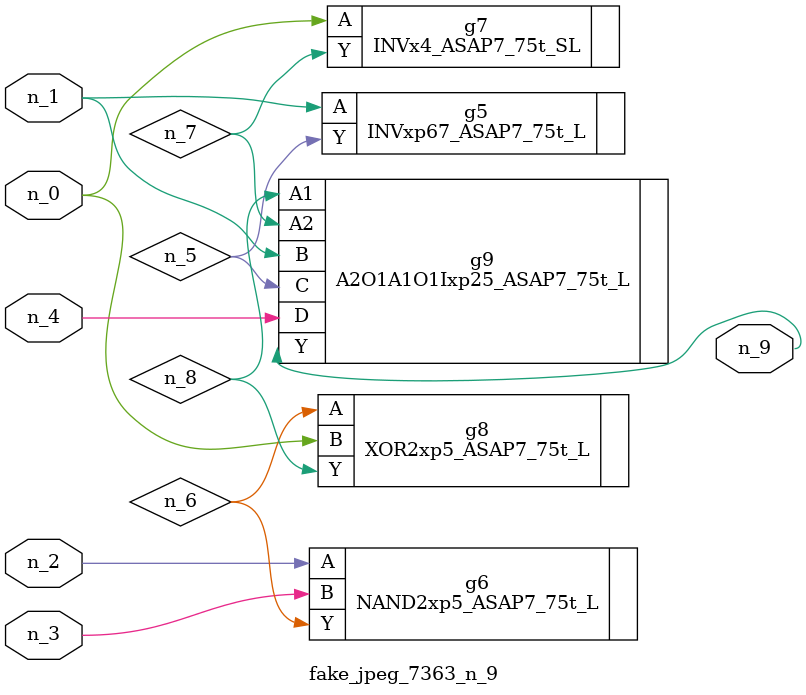
<source format=v>
module fake_jpeg_7363_n_9 (n_3, n_2, n_1, n_0, n_4, n_9);

input n_3;
input n_2;
input n_1;
input n_0;
input n_4;

output n_9;

wire n_8;
wire n_6;
wire n_5;
wire n_7;

INVxp67_ASAP7_75t_L g5 ( 
.A(n_1),
.Y(n_5)
);

NAND2xp5_ASAP7_75t_L g6 ( 
.A(n_2),
.B(n_3),
.Y(n_6)
);

INVx4_ASAP7_75t_SL g7 ( 
.A(n_0),
.Y(n_7)
);

XOR2xp5_ASAP7_75t_L g8 ( 
.A(n_6),
.B(n_0),
.Y(n_8)
);

A2O1A1O1Ixp25_ASAP7_75t_L g9 ( 
.A1(n_8),
.A2(n_7),
.B(n_1),
.C(n_5),
.D(n_4),
.Y(n_9)
);


endmodule
</source>
